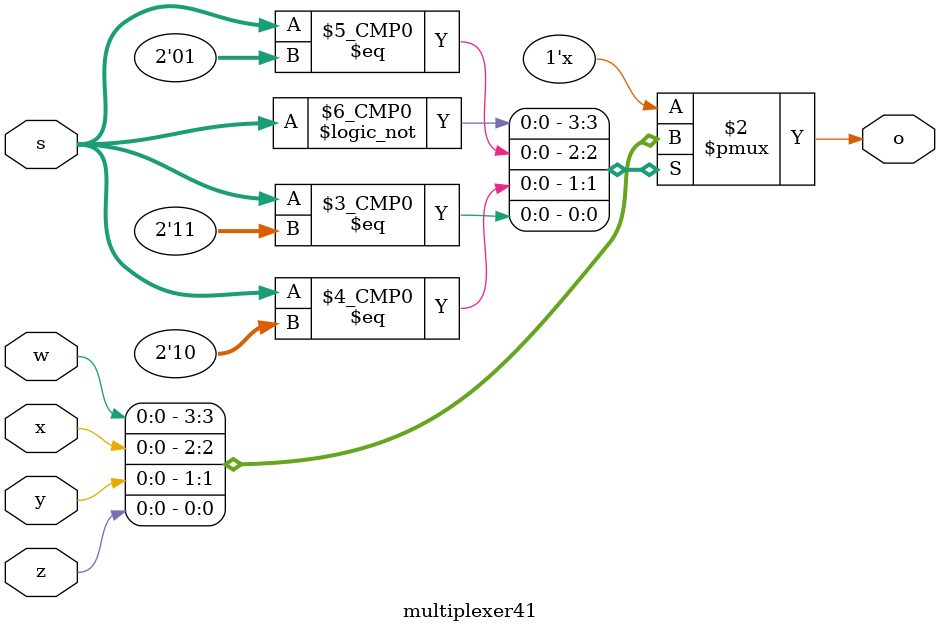
<source format=v>
`timescale 1ns / 1ps


module multiplexer41(
    input w,
    input x,
    input y,
    input z,
    input [1:0] s,
    output reg o
    );
    always @*
    begin
        case(s)
            2'b00 :o=w;
            2'b01 :o=x;
            2'b10 :o=y;
            2'b11 :o=z;
        endcase
    end
endmodule

</source>
